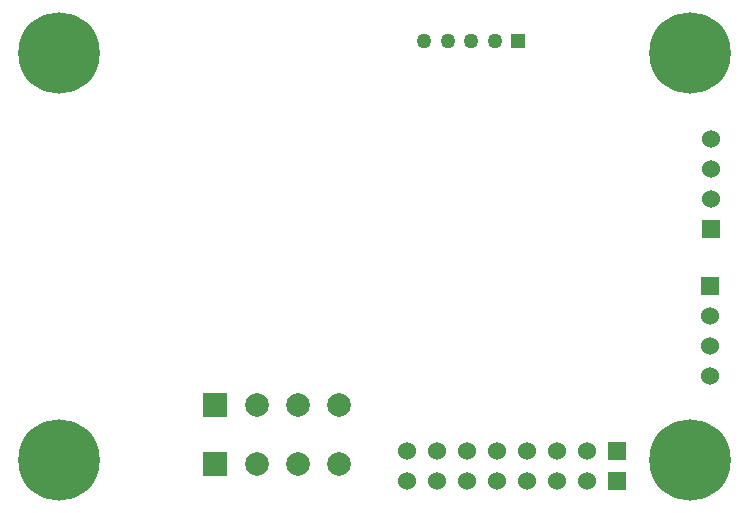
<source format=gbr>
%FSTAX23Y23*%
%MOIN*%
%SFA1B1*%

%IPPOS*%
%ADD29C,0.060000*%
%ADD30R,0.060000X0.060000*%
%ADD31C,0.050000*%
%ADD32R,0.050000X0.050000*%
%ADD33C,0.078740*%
%ADD34R,0.078740X0.078740*%
%ADD35R,0.060000X0.060000*%
%ADD36C,0.271654*%
%LNpcb1_pads_bot-1*%
%LPD*%
G54D29*
X01504Y00073D03*
X01604D03*
X01704D03*
X01904D03*
X01804D03*
X01404D03*
X01304D03*
X01504Y00174D03*
X01604D03*
X01704D03*
X01904D03*
X01804D03*
X01404D03*
X01304D03*
X02316Y00522D03*
Y00622D03*
Y00422D03*
X02318Y01113D03*
Y01013D03*
Y01213D03*
G54D30*
X02004Y00073D03*
Y00174D03*
G54D31*
X01361Y01541D03*
X0144D03*
X01518D03*
X01597D03*
G54D32*
X01676Y01541D03*
G54D33*
X00941Y00131D03*
X00803D03*
Y00328D03*
X00941D03*
X01079D03*
Y00131D03*
G54D34*
X00665Y00131D03*
Y00328D03*
G54D35*
X02316Y00722D03*
X02318Y00913D03*
G54D36*
X00143Y00143D03*
Y015D03*
X02248Y00143D03*
Y015D03*
M02*
</source>
